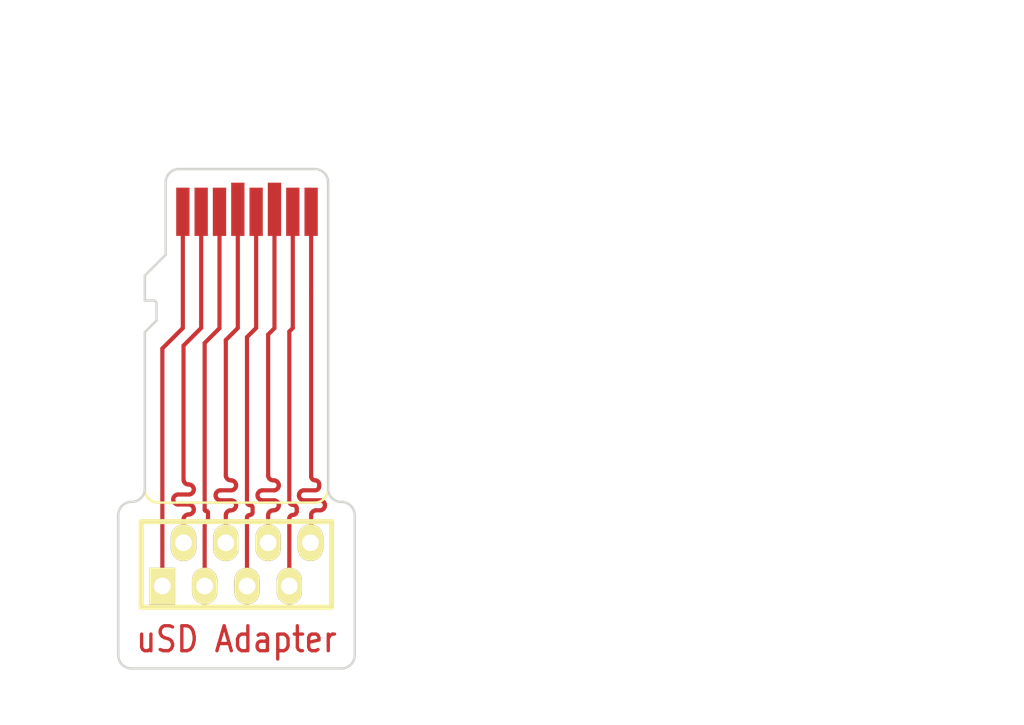
<source format=kicad_pcb>
(kicad_pcb (version 20171130) (host pcbnew 5.1.5+dfsg1-2build2)

  (general
    (thickness 1.6)
    (drawings 37)
    (tracks 351)
    (zones 0)
    (modules 2)
    (nets 9)
  )

  (page A4)
  (title_block
    (title "Micro SD card adapter")
    (date 2016-02-26)
    (rev 1)
    (company SRPOL)
    (comment 1 "Author: Adam Malinowski <a.malinowsk2@partner.samsung.com>")
    (comment 2 "Copyright (c) 2016 Samsung Electronics Co., Ltd All Rights Reserved")
  )

  (layers
    (0 F.Cu signal)
    (31 B.Cu signal)
    (32 B.Adhes user)
    (33 F.Adhes user)
    (34 B.Paste user)
    (35 F.Paste user)
    (36 B.SilkS user)
    (37 F.SilkS user)
    (38 B.Mask user)
    (39 F.Mask user)
    (40 Dwgs.User user)
    (41 Cmts.User user)
    (42 Eco1.User user)
    (43 Eco2.User user)
    (44 Edge.Cuts user)
    (45 Margin user)
    (46 B.CrtYd user)
    (47 F.CrtYd user)
    (48 B.Fab user)
    (49 F.Fab user)
  )

  (setup
    (last_trace_width 0.25)
    (trace_clearance 0.2)
    (zone_clearance 0.508)
    (zone_45_only no)
    (trace_min 0.2)
    (via_size 0.6)
    (via_drill 0.4)
    (via_min_size 0.4)
    (via_min_drill 0.3)
    (uvia_size 0.3)
    (uvia_drill 0.1)
    (uvias_allowed no)
    (uvia_min_size 0.2)
    (uvia_min_drill 0.1)
    (edge_width 0.15)
    (segment_width 0.15)
    (pcb_text_width 0.3)
    (pcb_text_size 1.5 1.5)
    (mod_edge_width 0.15)
    (mod_text_size 1 1)
    (mod_text_width 0.15)
    (pad_size 0.8 2.9)
    (pad_drill 0)
    (pad_to_mask_clearance 0.2)
    (aux_axis_origin 157.627 115.013)
    (grid_origin 146.07 110.06)
    (visible_elements FFFFFF7F)
    (pcbplotparams
      (layerselection 0x01100_7fffffff)
      (usegerberextensions true)
      (usegerberattributes false)
      (usegerberadvancedattributes false)
      (creategerberjobfile false)
      (excludeedgelayer true)
      (linewidth 0.100000)
      (plotframeref false)
      (viasonmask false)
      (mode 1)
      (useauxorigin true)
      (hpglpennumber 1)
      (hpglpenspeed 20)
      (hpglpendiameter 15.000000)
      (psnegative false)
      (psa4output false)
      (plotreference false)
      (plotvalue false)
      (plotinvisibletext false)
      (padsonsilk false)
      (subtractmaskfromsilk true)
      (outputformat 1)
      (mirror false)
      (drillshape 0)
      (scaleselection 1)
      (outputdirectory "gerbers/"))
  )

  (net 0 "")
  (net 1 /N8)
  (net 2 /N7)
  (net 3 /N6)
  (net 4 /N5)
  (net 5 /N4)
  (net 6 /N3)
  (net 7 /N2)
  (net 8 /N1)

  (net_class Default "This is the default net class."
    (clearance 0.2)
    (trace_width 0.25)
    (via_dia 0.6)
    (via_drill 0.4)
    (uvia_dia 0.3)
    (uvia_drill 0.1)
    (add_net /N1)
    (add_net /N2)
    (add_net /N3)
    (add_net /N4)
    (add_net /N5)
    (add_net /N6)
    (add_net /N7)
    (add_net /N8)
  )

  (module connectors:usd (layer F.Cu) (tedit 561E0908) (tstamp 5A844DA4)
    (at 147.3 87.58)
    (path /561E06AA)
    (fp_text reference J1 (at 3.79 2.35) (layer F.SilkS) hide
      (effects (font (size 1 1) (thickness 0.15)))
    )
    (fp_text value usd-plug (at 3.64 -2.55) (layer F.Fab) hide
      (effects (font (size 1 1) (thickness 0.15)))
    )
    (pad 8 smd rect (at 7.7 0) (size 0.8 2.9) (layers F.Cu F.Paste F.Mask)
      (net 1 /N8))
    (pad 7 smd rect (at 6.6 0) (size 0.8 2.9) (layers F.Cu F.Paste F.Mask)
      (net 2 /N7))
    (pad 6 smd rect (at 5.5 -0.15) (size 0.8 3.2) (layers F.Cu F.Paste F.Mask)
      (net 3 /N6))
    (pad 5 smd rect (at 4.4 0) (size 0.8 2.9) (layers F.Cu F.Paste F.Mask)
      (net 4 /N5))
    (pad 4 smd rect (at 3.3 -0.15) (size 0.8 3.2) (layers F.Cu F.Paste F.Mask)
      (net 5 /N4))
    (pad 3 smd rect (at 2.2 0) (size 0.8 2.9) (layers F.Cu F.Paste F.Mask)
      (net 6 /N3))
    (pad 2 smd rect (at 1.1 0) (size 0.8 2.9) (layers F.Cu F.Paste F.Mask)
      (net 7 /N2))
    (pad 1 smd rect (at 0 0) (size 0.8 2.9) (layers F.Cu F.Paste F.Mask)
      (net 8 /N1))
  )

  (module connectors:strip_2x4_1.27 (layer F.Cu) (tedit 561E090B) (tstamp 5A844DD5)
    (at 146.07 110.06)
    (descr "Pin strip 8pin")
    (tags "CONN DEV")
    (path /561E0431)
    (fp_text reference P1 (at 4.16 2.57) (layer F.SilkS) hide
      (effects (font (size 1.016 1.016) (thickness 0.2032)))
    )
    (fp_text value CONN_02X04 (at 3.76 -4.87) (layer F.SilkS) hide
      (effects (font (size 1.016 0.889) (thickness 0.2032)))
    )
    (fp_line (start -1.27 -3.87) (end 10.16 -3.87) (layer F.SilkS) (width 0.3048))
    (fp_line (start 10.16 -3.87) (end 10.16 1.27) (layer F.SilkS) (width 0.3048))
    (fp_line (start 10.16 1.27) (end -1.27 1.27) (layer F.SilkS) (width 0.3048))
    (fp_line (start -1.27 1.27) (end -1.27 -3.87) (layer F.SilkS) (width 0.3048))
    (pad 1 thru_hole rect (at 0 0) (size 1.524 2.19964) (drill 1.00076) (layers *.Cu *.Mask F.SilkS)
      (net 8 /N1))
    (pad 2 thru_hole oval (at 1.27 -2.6) (size 1.524 2.19964) (drill 1.00076) (layers *.Cu *.Mask F.SilkS)
      (net 7 /N2))
    (pad 3 thru_hole oval (at 2.54 0) (size 1.524 2.19964) (drill 1.00076) (layers *.Cu *.Mask F.SilkS)
      (net 6 /N3))
    (pad 4 thru_hole oval (at 3.81 -2.6) (size 1.524 2.19964) (drill 1.00076) (layers *.Cu *.Mask F.SilkS)
      (net 5 /N4))
    (pad 5 thru_hole oval (at 5.08 0) (size 1.524 2.19964) (drill 1.00076) (layers *.Cu *.Mask F.SilkS)
      (net 4 /N5))
    (pad 6 thru_hole oval (at 6.35 -2.6) (size 1.524 2.19964) (drill 1.00076) (layers *.Cu *.Mask F.SilkS)
      (net 3 /N6))
    (pad 7 thru_hole oval (at 7.62 0) (size 1.524 2.19964) (drill 1.00076) (layers *.Cu *.Mask F.SilkS)
      (net 2 /N7))
    (pad 8 thru_hole oval (at 8.89 -2.6) (size 1.524 2.19964) (drill 1.00076) (layers *.Cu *.Mask F.SilkS)
      (net 1 /N8))
  )

  (gr_text "uSD Adapter" (at 150.52 113.26) (layer F.Cu)
    (effects (font (size 1.5 1.3) (thickness 0.2)))
  )
  (gr_line (start 156.4 84.95) (end 157.3 84.6) (layer Cmts.User) (width 0.15) (tstamp 5A844E3F))
  (gr_line (start 156.4 84.95) (end 156.75 84.05) (layer Cmts.User) (width 0.15) (tstamp 5A844E3C))
  (gr_text "2. Contacts finished with gold" (at 179.53 78.39) (layer Cmts.User)
    (effects (font (size 1.5 1.5) (thickness 0.1)))
  )
  (gr_line (start 161.63 79.59) (end 197.73 79.59) (layer Cmts.User) (width 0.15))
  (gr_line (start 156.38 84.94) (end 161.63 79.59) (layer Cmts.User) (width 0.15))
  (gr_line (start 156.75 84.55) (end 145.75 84.55) (layer Cmts.User) (width 0.15) (tstamp 5A844D79))
  (gr_line (start 156.75 89.55) (end 156.75 84.55) (layer Cmts.User) (width 0.15) (tstamp 5A844D76))
  (gr_line (start 145.75 89.55) (end 156.75 89.55) (layer Cmts.User) (width 0.15) (tstamp 5A844D73))
  (gr_line (start 145.75 84.55) (end 145.75 89.55) (layer Cmts.User) (width 0.15) (tstamp 5A844D70))
  (gr_text "1. Board thickness: 0.8mm" (at 177.601428 75.91) (layer Cmts.User)
    (effects (font (size 1.5 1.5) (thickness 0.1)))
  )
  (dimension 30.000013 (width 0.3) (layer Dwgs.User) (tstamp 5A844D92)
    (gr_text "30.000 mm" (at 139.010001 100.015364 270.0381972) (layer Dwgs.User) (tstamp 5A844D92)
      (effects (font (size 1.5 1.5) (thickness 0.3)))
    )
    (feature1 (pts (xy 147.07 115.01) (xy 137.670002 115.016267)))
    (feature2 (pts (xy 147.05 85.009994) (xy 137.650002 85.016261)))
    (crossbar (pts (xy 140.350001 85.014461) (xy 140.370001 115.014467)))
    (arrow1a (pts (xy 140.370001 115.014467) (xy 139.782829 113.888354)))
    (arrow1b (pts (xy 140.370001 115.014467) (xy 140.955671 113.887573)))
    (arrow2a (pts (xy 140.350001 85.014461) (xy 139.764331 86.141355)))
    (arrow2b (pts (xy 140.350001 85.014461) (xy 140.937173 86.140574)))
  )
  (dimension 14.2 (width 0.3) (layer Dwgs.User) (tstamp 5A844D8C)
    (gr_text "14.200 mm" (at 150.52 119.01) (layer Dwgs.User) (tstamp 5A844D8C)
      (effects (font (size 1.5 1.5) (thickness 0.3)))
    )
    (feature1 (pts (xy 157.62 114.16) (xy 157.62 120.36)))
    (feature2 (pts (xy 143.42 114.16) (xy 143.42 120.36)))
    (crossbar (pts (xy 143.42 117.66) (xy 157.62 117.66)))
    (arrow1a (pts (xy 157.62 117.66) (xy 156.493496 118.246421)))
    (arrow1b (pts (xy 157.62 117.66) (xy 156.493496 117.073579)))
    (arrow2a (pts (xy 143.42 117.66) (xy 144.546504 118.246421)))
    (arrow2b (pts (xy 143.42 117.66) (xy 144.546504 117.073579)))
  )
  (gr_line (start 145.82 105.05) (end 155.215 105.05) (angle 90) (layer F.SilkS) (width 0.15) (tstamp 5A844D85))
  (gr_arc (start 145.815 104.25) (end 145.815 105.05) (angle 90) (layer F.SilkS) (width 0.15) (tstamp 5A844D82))
  (gr_arc (start 155.215 104.25) (end 156.015 104.25) (angle 90) (layer F.SilkS) (width 0.15) (tstamp 5A844E00))
  (gr_arc (start 156.82 114.21) (end 157.62 114.21) (angle 90) (layer Edge.Cuts) (width 0.15) (tstamp 5A844DFD))
  (gr_line (start 157.62 105.805) (end 157.62 114.21) (angle 90) (layer Edge.Cuts) (width 0.15) (tstamp 5A844DFA))
  (gr_arc (start 144.22 114.21) (end 144.22 115.01) (angle 90) (layer Edge.Cuts) (width 0.15) (tstamp 5A844DF7))
  (gr_line (start 143.42 105.805) (end 143.42 114.21) (angle 90) (layer Edge.Cuts) (width 0.15) (tstamp 5A844DF4))
  (gr_arc (start 156.82 105.81) (end 156.82 105.01) (angle 90) (layer Edge.Cuts) (width 0.15) (tstamp 5A844E57))
  (gr_arc (start 144.22 105.805) (end 143.42 105.805) (angle 90) (layer Edge.Cuts) (width 0.15) (tstamp 5A844E54))
  (gr_arc (start 145.52 93.11) (end 145.72 93.11) (angle -90) (layer Edge.Cuts) (width 0.15) (tstamp 5A844E51))
  (gr_line (start 146.27 90.16) (end 146.27 85.81) (angle 90) (layer Edge.Cuts) (width 0.15) (tstamp 5A844E4E))
  (gr_line (start 145.72 94.11) (end 145.02 94.81) (angle 90) (layer Edge.Cuts) (width 0.15) (tstamp 5A844E4B))
  (gr_line (start 145.72 93.11) (end 145.72 94.11) (angle 90) (layer Edge.Cuts) (width 0.15) (tstamp 5A844E66))
  (gr_line (start 145.02 92.91) (end 145.52 92.91) (angle 90) (layer Edge.Cuts) (width 0.15) (tstamp 5A844E63))
  (gr_line (start 145.02 91.41) (end 145.02 92.91) (angle 90) (layer Edge.Cuts) (width 0.15) (tstamp 5A844E60))
  (gr_line (start 146.27 90.16) (end 145.02 91.41) (angle 90) (layer Edge.Cuts) (width 0.15) (tstamp 5A844E5D))
  (gr_arc (start 156.82 104.21) (end 156.82 105.01) (angle 90) (layer Edge.Cuts) (width 0.15) (tstamp 5A844E5A))
  (gr_arc (start 144.22 104.205) (end 145.02 104.205) (angle 90) (layer Edge.Cuts) (width 0.15) (tstamp 5A844E2A))
  (gr_arc (start 147.07 85.81) (end 147.07 85.01) (angle -90) (layer Edge.Cuts) (width 0.15) (tstamp 5A844E27))
  (gr_arc (start 155.22 85.81) (end 156.02 85.81) (angle -90) (layer Edge.Cuts) (width 0.15) (tstamp 5A844E24))
  (gr_line (start 156.02 104.21) (end 156.02 85.81) (angle 90) (layer Edge.Cuts) (width 0.15) (tstamp 5A8512EB))
  (gr_line (start 144.215 115.01) (end 156.82 115.01) (angle 90) (layer Edge.Cuts) (width 0.15) (tstamp 5A8511B7))
  (gr_line (start 145.02 94.844519) (end 145.02 104.21) (angle 90) (layer Edge.Cuts) (width 0.15) (tstamp 5A844DC4))
  (gr_line (start 155.22 85.01) (end 147.09 85.01) (angle 90) (layer Edge.Cuts) (width 0.15) (tstamp 5A844DC1))

  (segment (start 155.392076 104.257311) (end 155.430315 104.219072) (width 0.25) (layer F.Cu) (net 1))
  (segment (start 155 92.58) (end 155 87.58) (width 0.25) (layer F.Cu) (net 1))
  (segment (start 155.459087 104.173281) (end 155.476949 104.122237) (width 0.25) (layer F.Cu) (net 1))
  (segment (start 154.296706 104.740165) (end 154.274518 104.676756) (width 0.25) (layer F.Cu) (net 1))
  (segment (start 155.346285 104.286083) (end 155.392076 104.257311) (width 0.25) (layer F.Cu) (net 1))
  (segment (start 154.50024 104.317521) (end 154.566996 104.31) (width 0.25) (layer F.Cu) (net 1))
  (segment (start 154.266996 104.61) (end 154.274518 104.543243) (width 0.25) (layer F.Cu) (net 1))
  (segment (start 155.430315 104.219072) (end 155.459087 104.173281) (width 0.25) (layer F.Cu) (net 1))
  (segment (start 154.332447 104.797046) (end 154.296706 104.740165) (width 0.25) (layer F.Cu) (net 1))
  (segment (start 154.274518 104.543243) (end 154.296706 104.479834) (width 0.25) (layer F.Cu) (net 1))
  (segment (start 154.436831 104.88029) (end 154.37995 104.844549) (width 0.25) (layer F.Cu) (net 1))
  (segment (start 155.023916 103.573281) (end 155.006054 103.522237) (width 0.25) (layer F.Cu) (net 1))
  (segment (start 154.436831 104.339709) (end 154.50024 104.317521) (width 0.25) (layer F.Cu) (net 1))
  (segment (start 155.112953 105.57545) (end 155.169834 105.539709) (width 0.25) (layer F.Cu) (net 1))
  (segment (start 154.566996 104.91) (end 154.50024 104.902478) (width 0.25) (layer F.Cu) (net 1))
  (segment (start 154.274518 104.676756) (end 154.266996 104.61) (width 0.25) (layer F.Cu) (net 1))
  (segment (start 155.533004 104.91) (end 154.566996 104.91) (width 0.25) (layer F.Cu) (net 1))
  (segment (start 155.59976 104.917521) (end 155.533004 104.91) (width 0.25) (layer F.Cu) (net 1))
  (segment (start 155.06545 105.622953) (end 155.112953 105.57545) (width 0.25) (layer F.Cu) (net 1))
  (segment (start 155.029709 105.679834) (end 155.06545 105.622953) (width 0.25) (layer F.Cu) (net 1))
  (segment (start 155.295241 104.303945) (end 155.346285 104.286083) (width 0.25) (layer F.Cu) (net 1))
  (segment (start 155.825482 105.276756) (end 155.833004 105.21) (width 0.25) (layer F.Cu) (net 1))
  (segment (start 155.663169 104.939709) (end 155.59976 104.917521) (width 0.25) (layer F.Cu) (net 1))
  (segment (start 155.007521 105.743243) (end 155.029709 105.679834) (width 0.25) (layer F.Cu) (net 1))
  (segment (start 155.483004 104.068498) (end 155.483004 103.951502) (width 0.25) (layer F.Cu) (net 1))
  (segment (start 155.3 105.51) (end 155.533004 105.51) (width 0.25) (layer F.Cu) (net 1))
  (segment (start 154.50024 104.902478) (end 154.436831 104.88029) (width 0.25) (layer F.Cu) (net 1))
  (segment (start 155.833004 105.21) (end 155.825482 105.143243) (width 0.25) (layer F.Cu) (net 1))
  (segment (start 155.169834 105.539709) (end 155.233243 105.517521) (width 0.25) (layer F.Cu) (net 1))
  (segment (start 155.459087 103.846718) (end 155.430315 103.800927) (width 0.25) (layer F.Cu) (net 1))
  (segment (start 155.241502 104.31) (end 155.295241 104.303945) (width 0.25) (layer F.Cu) (net 1))
  (segment (start 155.803294 105.340165) (end 155.825482 105.276756) (width 0.25) (layer F.Cu) (net 1))
  (segment (start 155.767553 105.022953) (end 155.72005 104.97545) (width 0.25) (layer F.Cu) (net 1))
  (segment (start 155 107.42) (end 155 105.81) (width 0.25) (layer F.Cu) (net 1))
  (segment (start 155.533004 105.51) (end 155.59976 105.502478) (width 0.25) (layer F.Cu) (net 1))
  (segment (start 154.296706 104.479834) (end 154.332447 104.422953) (width 0.25) (layer F.Cu) (net 1))
  (segment (start 155.767553 105.397046) (end 155.803294 105.340165) (width 0.25) (layer F.Cu) (net 1))
  (segment (start 155 105.81) (end 155.007521 105.743243) (width 0.25) (layer F.Cu) (net 1))
  (segment (start 154.332447 104.422953) (end 154.37995 104.37545) (width 0.25) (layer F.Cu) (net 1))
  (segment (start 155.825482 105.143243) (end 155.803294 105.079834) (width 0.25) (layer F.Cu) (net 1))
  (segment (start 154.37995 104.844549) (end 154.332447 104.797046) (width 0.25) (layer F.Cu) (net 1))
  (segment (start 155.59976 105.502478) (end 155.663169 105.48029) (width 0.25) (layer F.Cu) (net 1))
  (segment (start 155.72005 105.444549) (end 155.767553 105.397046) (width 0.25) (layer F.Cu) (net 1))
  (segment (start 154.37995 104.37545) (end 154.436831 104.339709) (width 0.25) (layer F.Cu) (net 1))
  (segment (start 155.663169 105.48029) (end 155.72005 105.444549) (width 0.25) (layer F.Cu) (net 1))
  (segment (start 155.233243 105.517521) (end 155.3 105.51) (width 0.25) (layer F.Cu) (net 1))
  (segment (start 155.803294 105.079834) (end 155.767553 105.022953) (width 0.25) (layer F.Cu) (net 1))
  (segment (start 154.566996 104.31) (end 155.241502 104.31) (width 0.25) (layer F.Cu) (net 1))
  (segment (start 154.96 107.46) (end 155 107.42) (width 0.25) (layer F.Cu) (net 1))
  (segment (start 155.72005 104.97545) (end 155.663169 104.939709) (width 0.25) (layer F.Cu) (net 1))
  (segment (start 155 103.468498) (end 155 92.58) (width 0.25) (layer F.Cu) (net 1))
  (segment (start 155.476949 104.122237) (end 155.483004 104.068498) (width 0.25) (layer F.Cu) (net 1))
  (segment (start 155.483004 103.951502) (end 155.476949 103.897762) (width 0.25) (layer F.Cu) (net 1))
  (segment (start 155.476949 103.897762) (end 155.459087 103.846718) (width 0.25) (layer F.Cu) (net 1))
  (segment (start 155.430315 103.800927) (end 155.392076 103.762688) (width 0.25) (layer F.Cu) (net 1))
  (segment (start 155.392076 103.762688) (end 155.346285 103.733916) (width 0.25) (layer F.Cu) (net 1))
  (segment (start 155.346285 103.733916) (end 155.295241 103.716054) (width 0.25) (layer F.Cu) (net 1))
  (segment (start 155.295241 103.716054) (end 155.187762 103.703945) (width 0.25) (layer F.Cu) (net 1))
  (segment (start 155.187762 103.703945) (end 155.136718 103.686083) (width 0.25) (layer F.Cu) (net 1))
  (segment (start 155.136718 103.686083) (end 155.090927 103.657311) (width 0.25) (layer F.Cu) (net 1))
  (segment (start 155.090927 103.657311) (end 155.052688 103.619072) (width 0.25) (layer F.Cu) (net 1))
  (segment (start 155.052688 103.619072) (end 155.023916 103.573281) (width 0.25) (layer F.Cu) (net 1))
  (segment (start 155.006054 103.522237) (end 155 103.468498) (width 0.25) (layer F.Cu) (net 1))
  (segment (start 154.05438 105.234523) (end 154.011825 105.207783) (width 0.25) (layer F.Cu) (net 2))
  (segment (start 154.011825 105.76333) (end 154.05438 105.73659) (width 0.25) (layer F.Cu) (net 2))
  (segment (start 154.116659 105.312617) (end 154.089919 105.270062) (width 0.25) (layer F.Cu) (net 2))
  (segment (start 154.133258 105.360056) (end 154.116659 105.312617) (width 0.25) (layer F.Cu) (net 2))
  (segment (start 153.774505 105.13659) (end 153.738966 105.101051) (width 0.25) (layer F.Cu) (net 2))
  (segment (start 154.138886 105.41) (end 154.133258 105.360056) (width 0.25) (layer F.Cu) (net 2))
  (segment (start 154.138886 105.561114) (end 154.138886 105.41) (width 0.25) (layer F.Cu) (net 2))
  (segment (start 154.133258 105.611057) (end 154.138886 105.561114) (width 0.25) (layer F.Cu) (net 2))
  (segment (start 153.695627 105.011057) (end 153.69 104.961114) (width 0.25) (layer F.Cu) (net 2))
  (segment (start 154.05438 105.73659) (end 154.089919 105.701051) (width 0.25) (layer F.Cu) (net 2))
  (segment (start 153.712226 105.912617) (end 153.738966 105.870062) (width 0.25) (layer F.Cu) (net 2))
  (segment (start 154.011825 105.207783) (end 153.964386 105.191184) (width 0.25) (layer F.Cu) (net 2))
  (segment (start 153.964386 105.779929) (end 154.011825 105.76333) (width 0.25) (layer F.Cu) (net 2))
  (segment (start 153.69 110.06) (end 153.69 106.01) (width 0.25) (layer F.Cu) (net 2))
  (segment (start 153.69 106.01) (end 153.695627 105.960056) (width 0.25) (layer F.Cu) (net 2))
  (segment (start 153.695627 105.960056) (end 153.712226 105.912617) (width 0.25) (layer F.Cu) (net 2))
  (segment (start 154.089919 105.701051) (end 154.116659 105.658496) (width 0.25) (layer F.Cu) (net 2))
  (segment (start 153.738966 105.870062) (end 153.774505 105.834523) (width 0.25) (layer F.Cu) (net 2))
  (segment (start 153.964386 105.191184) (end 153.864499 105.179929) (width 0.25) (layer F.Cu) (net 2))
  (segment (start 153.81706 105.807783) (end 153.864499 105.791184) (width 0.25) (layer F.Cu) (net 2))
  (segment (start 153.864499 105.791184) (end 153.964386 105.779929) (width 0.25) (layer F.Cu) (net 2))
  (segment (start 154.089919 105.270062) (end 154.05438 105.234523) (width 0.25) (layer F.Cu) (net 2))
  (segment (start 153.774505 105.834523) (end 153.81706 105.807783) (width 0.25) (layer F.Cu) (net 2))
  (segment (start 154.116659 105.658496) (end 154.133258 105.611057) (width 0.25) (layer F.Cu) (net 2))
  (segment (start 153.864499 105.179929) (end 153.81706 105.16333) (width 0.25) (layer F.Cu) (net 2))
  (segment (start 153.738966 105.101051) (end 153.712226 105.058496) (width 0.25) (layer F.Cu) (net 2))
  (segment (start 153.81706 105.16333) (end 153.774505 105.13659) (width 0.25) (layer F.Cu) (net 2))
  (segment (start 153.712226 105.058496) (end 153.695627 105.011057) (width 0.25) (layer F.Cu) (net 2))
  (segment (start 153.69 104.961114) (end 153.69 94.77) (width 0.25) (layer F.Cu) (net 2))
  (segment (start 153.69 94.77) (end 153.9 94.56) (width 0.25) (layer F.Cu) (net 2))
  (segment (start 153.9 94.56) (end 153.9 87.58) (width 0.25) (layer F.Cu) (net 2))
  (segment (start 153.052417 104.076756) (end 153.059939 104.01) (width 0.25) (layer F.Cu) (net 3))
  (segment (start 152.013305 104.902478) (end 151.949896 104.88029) (width 0.25) (layer F.Cu) (net 3))
  (segment (start 153.030229 104.140165) (end 153.052417 104.076756) (width 0.25) (layer F.Cu) (net 3))
  (segment (start 152.890104 104.28029) (end 152.946985 104.244549) (width 0.25) (layer F.Cu) (net 3))
  (segment (start 152.826695 104.302478) (end 152.890104 104.28029) (width 0.25) (layer F.Cu) (net 3))
  (segment (start 152.759939 104.31) (end 152.826695 104.302478) (width 0.25) (layer F.Cu) (net 3))
  (segment (start 151.845512 104.797046) (end 151.809771 104.740165) (width 0.25) (layer F.Cu) (net 3))
  (segment (start 152.013305 104.317521) (end 152.080061 104.31) (width 0.25) (layer F.Cu) (net 3))
  (segment (start 151.809771 104.479834) (end 151.845512 104.422953) (width 0.25) (layer F.Cu) (net 3))
  (segment (start 151.780061 104.61) (end 151.787583 104.543243) (width 0.25) (layer F.Cu) (net 3))
  (segment (start 151.893015 104.844549) (end 151.845512 104.797046) (width 0.25) (layer F.Cu) (net 3))
  (segment (start 152.759939 104.91) (end 152.080061 104.91) (width 0.25) (layer F.Cu) (net 3))
  (segment (start 151.809771 104.740165) (end 151.787583 104.676756) (width 0.25) (layer F.Cu) (net 3))
  (segment (start 152.994488 105.397046) (end 153.030229 105.340165) (width 0.25) (layer F.Cu) (net 3))
  (segment (start 151.949896 104.88029) (end 151.893015 104.844549) (width 0.25) (layer F.Cu) (net 3))
  (segment (start 152.946985 103.77545) (end 152.890104 103.739709) (width 0.25) (layer F.Cu) (net 3))
  (segment (start 152.826695 104.917521) (end 152.759939 104.91) (width 0.25) (layer F.Cu) (net 3))
  (segment (start 151.949896 104.339709) (end 152.013305 104.317521) (width 0.25) (layer F.Cu) (net 3))
  (segment (start 152.826695 103.717521) (end 152.759939 103.71) (width 0.25) (layer F.Cu) (net 3))
  (segment (start 152.759939 105.51) (end 152.826695 105.502478) (width 0.25) (layer F.Cu) (net 3))
  (segment (start 151.787583 104.543243) (end 151.809771 104.479834) (width 0.25) (layer F.Cu) (net 3))
  (segment (start 153.030229 105.079834) (end 152.994488 105.022953) (width 0.25) (layer F.Cu) (net 3))
  (segment (start 152.946985 104.244549) (end 152.994488 104.197046) (width 0.25) (layer F.Cu) (net 3))
  (segment (start 152.653243 105.517521) (end 152.72 105.51) (width 0.25) (layer F.Cu) (net 3))
  (segment (start 151.893015 104.37545) (end 151.949896 104.339709) (width 0.25) (layer F.Cu) (net 3))
  (segment (start 152.890104 105.48029) (end 152.946985 105.444549) (width 0.25) (layer F.Cu) (net 3))
  (segment (start 152.589834 103.68029) (end 152.532953 103.644549) (width 0.25) (layer F.Cu) (net 3))
  (segment (start 152.589834 105.539709) (end 152.653243 105.517521) (width 0.25) (layer F.Cu) (net 3))
  (segment (start 153.052417 105.276756) (end 153.059939 105.21) (width 0.25) (layer F.Cu) (net 3))
  (segment (start 152.994488 104.197046) (end 153.030229 104.140165) (width 0.25) (layer F.Cu) (net 3))
  (segment (start 153.059939 105.21) (end 153.052417 105.143243) (width 0.25) (layer F.Cu) (net 3))
  (segment (start 152.946985 105.444549) (end 152.994488 105.397046) (width 0.25) (layer F.Cu) (net 3))
  (segment (start 152.532953 103.644549) (end 152.48545 103.597046) (width 0.25) (layer F.Cu) (net 3))
  (segment (start 152.532953 105.57545) (end 152.589834 105.539709) (width 0.25) (layer F.Cu) (net 3))
  (segment (start 152.449709 105.679834) (end 152.48545 105.622953) (width 0.25) (layer F.Cu) (net 3))
  (segment (start 152.427521 105.743243) (end 152.449709 105.679834) (width 0.25) (layer F.Cu) (net 3))
  (segment (start 152.080061 104.31) (end 152.759939 104.31) (width 0.25) (layer F.Cu) (net 3))
  (segment (start 152.080061 104.91) (end 152.013305 104.902478) (width 0.25) (layer F.Cu) (net 3))
  (segment (start 152.48545 105.622953) (end 152.532953 105.57545) (width 0.25) (layer F.Cu) (net 3))
  (segment (start 152.72 105.51) (end 152.759939 105.51) (width 0.25) (layer F.Cu) (net 3))
  (segment (start 152.42 107.46) (end 152.42 105.81) (width 0.25) (layer F.Cu) (net 3))
  (segment (start 152.826695 105.502478) (end 152.890104 105.48029) (width 0.25) (layer F.Cu) (net 3))
  (segment (start 152.42 105.81) (end 152.427521 105.743243) (width 0.25) (layer F.Cu) (net 3))
  (segment (start 153.052417 103.943243) (end 153.030229 103.879834) (width 0.25) (layer F.Cu) (net 3))
  (segment (start 152.946985 104.97545) (end 152.890104 104.939709) (width 0.25) (layer F.Cu) (net 3))
  (segment (start 153.030229 105.340165) (end 153.052417 105.276756) (width 0.25) (layer F.Cu) (net 3))
  (segment (start 151.787583 104.676756) (end 151.780061 104.61) (width 0.25) (layer F.Cu) (net 3))
  (segment (start 153.030229 103.879834) (end 152.994488 103.822953) (width 0.25) (layer F.Cu) (net 3))
  (segment (start 152.994488 105.022953) (end 152.946985 104.97545) (width 0.25) (layer F.Cu) (net 3))
  (segment (start 153.052417 105.143243) (end 153.030229 105.079834) (width 0.25) (layer F.Cu) (net 3))
  (segment (start 151.845512 104.422953) (end 151.893015 104.37545) (width 0.25) (layer F.Cu) (net 3))
  (segment (start 152.890104 104.939709) (end 152.826695 104.917521) (width 0.25) (layer F.Cu) (net 3))
  (segment (start 153.059939 104.01) (end 153.052417 103.943243) (width 0.25) (layer F.Cu) (net 3))
  (segment (start 152.994488 103.822953) (end 152.946985 103.77545) (width 0.25) (layer F.Cu) (net 3))
  (segment (start 152.8 94.57) (end 152.8 87.43) (width 0.25) (layer F.Cu) (net 3))
  (segment (start 152.890104 103.739709) (end 152.826695 103.717521) (width 0.25) (layer F.Cu) (net 3))
  (segment (start 152.759939 103.71) (end 152.72 103.71) (width 0.25) (layer F.Cu) (net 3))
  (segment (start 152.72 103.71) (end 152.653243 103.702478) (width 0.25) (layer F.Cu) (net 3))
  (segment (start 152.653243 103.702478) (end 152.589834 103.68029) (width 0.25) (layer F.Cu) (net 3))
  (segment (start 152.48545 103.597046) (end 152.449709 103.540165) (width 0.25) (layer F.Cu) (net 3))
  (segment (start 152.449709 103.540165) (end 152.427521 103.476756) (width 0.25) (layer F.Cu) (net 3))
  (segment (start 152.427521 103.476756) (end 152.42 103.41) (width 0.25) (layer F.Cu) (net 3))
  (segment (start 152.42 103.41) (end 152.42 94.95) (width 0.25) (layer F.Cu) (net 3))
  (segment (start 152.42 94.95) (end 152.8 94.57) (width 0.25) (layer F.Cu) (net 3))
  (segment (start 151.354907 105.196591) (end 151.280314 105.188186) (width 0.25) (layer F.Cu) (net 4))
  (segment (start 151.186567 105.855496) (end 151.213107 105.828956) (width 0.25) (layer F.Cu) (net 4))
  (segment (start 151.448654 105.255496) (end 151.422114 105.228956) (width 0.25) (layer F.Cu) (net 4))
  (segment (start 151.390334 105.208987) (end 151.354907 105.196591) (width 0.25) (layer F.Cu) (net 4))
  (segment (start 151.485222 105.624778) (end 151.485222 105.36) (width 0.25) (layer F.Cu) (net 4))
  (segment (start 151.468623 105.287276) (end 151.448654 105.255496) (width 0.25) (layer F.Cu) (net 4))
  (segment (start 151.481019 105.322703) (end 151.468623 105.287276) (width 0.25) (layer F.Cu) (net 4))
  (segment (start 151.166598 105.097501) (end 151.154202 105.062074) (width 0.25) (layer F.Cu) (net 4))
  (segment (start 151.485222 105.36) (end 151.481019 105.322703) (width 0.25) (layer F.Cu) (net 4))
  (segment (start 151.280314 105.796591) (end 151.354907 105.788186) (width 0.25) (layer F.Cu) (net 4))
  (segment (start 151.422114 105.228956) (end 151.390334 105.208987) (width 0.25) (layer F.Cu) (net 4))
  (segment (start 151.481019 105.662074) (end 151.485222 105.624778) (width 0.25) (layer F.Cu) (net 4))
  (segment (start 151.422114 105.755821) (end 151.448654 105.729281) (width 0.25) (layer F.Cu) (net 4))
  (segment (start 151.448654 105.729281) (end 151.468623 105.697501) (width 0.25) (layer F.Cu) (net 4))
  (segment (start 151.15 105.96) (end 151.154202 105.922703) (width 0.25) (layer F.Cu) (net 4))
  (segment (start 151.468623 105.697501) (end 151.481019 105.662074) (width 0.25) (layer F.Cu) (net 4))
  (segment (start 151.213107 105.828956) (end 151.244887 105.808987) (width 0.25) (layer F.Cu) (net 4))
  (segment (start 151.154202 105.922703) (end 151.166598 105.887276) (width 0.25) (layer F.Cu) (net 4))
  (segment (start 151.244887 105.808987) (end 151.280314 105.796591) (width 0.25) (layer F.Cu) (net 4))
  (segment (start 151.166598 105.887276) (end 151.186567 105.855496) (width 0.25) (layer F.Cu) (net 4))
  (segment (start 151.354907 105.788186) (end 151.390334 105.77579) (width 0.25) (layer F.Cu) (net 4))
  (segment (start 151.15 110.06) (end 151.15 105.96) (width 0.25) (layer F.Cu) (net 4))
  (segment (start 151.390334 105.77579) (end 151.422114 105.755821) (width 0.25) (layer F.Cu) (net 4))
  (segment (start 151.280314 105.188186) (end 151.244887 105.17579) (width 0.25) (layer F.Cu) (net 4))
  (segment (start 151.244887 105.17579) (end 151.213107 105.155821) (width 0.25) (layer F.Cu) (net 4))
  (segment (start 151.154202 105.062074) (end 151.15 105.024778) (width 0.25) (layer F.Cu) (net 4))
  (segment (start 151.213107 105.155821) (end 151.186567 105.129281) (width 0.25) (layer F.Cu) (net 4))
  (segment (start 151.186567 105.129281) (end 151.166598 105.097501) (width 0.25) (layer F.Cu) (net 4))
  (segment (start 151.15 105.024778) (end 151.15 95.11) (width 0.25) (layer F.Cu) (net 4))
  (segment (start 151.15 95.11) (end 151.7 94.56) (width 0.25) (layer F.Cu) (net 4))
  (segment (start 151.7 94.56) (end 151.7 87.58) (width 0.25) (layer F.Cu) (net 4))
  (segment (start 150.263223 104.302478) (end 150.326632 104.28029) (width 0.25) (layer F.Cu) (net 5))
  (segment (start 150.049834 103.68029) (end 149.992953 103.644549) (width 0.25) (layer F.Cu) (net 5))
  (segment (start 150.196467 104.31) (end 150.263223 104.302478) (width 0.25) (layer F.Cu) (net 5))
  (segment (start 149.563533 104.31) (end 150.196467 104.31) (width 0.25) (layer F.Cu) (net 5))
  (segment (start 150.431016 105.022953) (end 150.383513 104.97545) (width 0.25) (layer F.Cu) (net 5))
  (segment (start 149.376487 104.37545) (end 149.433368 104.339709) (width 0.25) (layer F.Cu) (net 5))
  (segment (start 150.488945 104.076756) (end 150.496467 104.01) (width 0.25) (layer F.Cu) (net 5))
  (segment (start 149.293243 104.479834) (end 149.328984 104.422953) (width 0.25) (layer F.Cu) (net 5))
  (segment (start 149.263533 104.61) (end 149.271055 104.543243) (width 0.25) (layer F.Cu) (net 5))
  (segment (start 149.271055 104.676756) (end 149.263533 104.61) (width 0.25) (layer F.Cu) (net 5))
  (segment (start 149.496777 104.317521) (end 149.563533 104.31) (width 0.25) (layer F.Cu) (net 5))
  (segment (start 149.328984 104.797046) (end 149.293243 104.740165) (width 0.25) (layer F.Cu) (net 5))
  (segment (start 150.496467 105.21) (end 150.488945 105.143243) (width 0.25) (layer F.Cu) (net 5))
  (segment (start 149.376487 104.844549) (end 149.328984 104.797046) (width 0.25) (layer F.Cu) (net 5))
  (segment (start 149.328984 104.422953) (end 149.376487 104.37545) (width 0.25) (layer F.Cu) (net 5))
  (segment (start 150.466757 104.140165) (end 150.488945 104.076756) (width 0.25) (layer F.Cu) (net 5))
  (segment (start 149.433368 104.88029) (end 149.376487 104.844549) (width 0.25) (layer F.Cu) (net 5))
  (segment (start 149.293243 104.740165) (end 149.271055 104.676756) (width 0.25) (layer F.Cu) (net 5))
  (segment (start 149.563533 104.91) (end 149.496777 104.902478) (width 0.25) (layer F.Cu) (net 5))
  (segment (start 150.196467 104.91) (end 149.563533 104.91) (width 0.25) (layer F.Cu) (net 5))
  (segment (start 150.431016 105.397046) (end 150.466757 105.340165) (width 0.25) (layer F.Cu) (net 5))
  (segment (start 149.496777 104.902478) (end 149.433368 104.88029) (width 0.25) (layer F.Cu) (net 5))
  (segment (start 149.887521 105.743243) (end 149.909709 105.679834) (width 0.25) (layer F.Cu) (net 5))
  (segment (start 150.18 105.51) (end 150.196467 105.51) (width 0.25) (layer F.Cu) (net 5))
  (segment (start 150.431016 104.197046) (end 150.466757 104.140165) (width 0.25) (layer F.Cu) (net 5))
  (segment (start 150.488945 105.143243) (end 150.466757 105.079834) (width 0.25) (layer F.Cu) (net 5))
  (segment (start 150.113243 105.517521) (end 150.18 105.51) (width 0.25) (layer F.Cu) (net 5))
  (segment (start 150.263223 105.502478) (end 150.326632 105.48029) (width 0.25) (layer F.Cu) (net 5))
  (segment (start 150.049834 105.539709) (end 150.113243 105.517521) (width 0.25) (layer F.Cu) (net 5))
  (segment (start 149.94545 105.622953) (end 149.992953 105.57545) (width 0.25) (layer F.Cu) (net 5))
  (segment (start 150.326632 104.939709) (end 150.263223 104.917521) (width 0.25) (layer F.Cu) (net 5))
  (segment (start 150.18 103.71) (end 150.113243 103.702478) (width 0.25) (layer F.Cu) (net 5))
  (segment (start 150.326632 104.28029) (end 150.383513 104.244549) (width 0.25) (layer F.Cu) (net 5))
  (segment (start 150.196467 105.51) (end 150.263223 105.502478) (width 0.25) (layer F.Cu) (net 5))
  (segment (start 150.466757 105.079834) (end 150.431016 105.022953) (width 0.25) (layer F.Cu) (net 5))
  (segment (start 149.271055 104.543243) (end 149.293243 104.479834) (width 0.25) (layer F.Cu) (net 5))
  (segment (start 150.466757 105.340165) (end 150.488945 105.276756) (width 0.25) (layer F.Cu) (net 5))
  (segment (start 150.383513 104.244549) (end 150.431016 104.197046) (width 0.25) (layer F.Cu) (net 5))
  (segment (start 149.909709 105.679834) (end 149.94545 105.622953) (width 0.25) (layer F.Cu) (net 5))
  (segment (start 149.94545 103.597046) (end 149.909709 103.540165) (width 0.25) (layer F.Cu) (net 5))
  (segment (start 149.992953 105.57545) (end 150.049834 105.539709) (width 0.25) (layer F.Cu) (net 5))
  (segment (start 149.88 107.46) (end 149.88 105.81) (width 0.25) (layer F.Cu) (net 5))
  (segment (start 150.488945 103.943243) (end 150.466757 103.879834) (width 0.25) (layer F.Cu) (net 5))
  (segment (start 150.383513 105.444549) (end 150.431016 105.397046) (width 0.25) (layer F.Cu) (net 5))
  (segment (start 149.88 105.81) (end 149.887521 105.743243) (width 0.25) (layer F.Cu) (net 5))
  (segment (start 150.488945 105.276756) (end 150.496467 105.21) (width 0.25) (layer F.Cu) (net 5))
  (segment (start 149.433368 104.339709) (end 149.496777 104.317521) (width 0.25) (layer F.Cu) (net 5))
  (segment (start 150.263223 104.917521) (end 150.196467 104.91) (width 0.25) (layer F.Cu) (net 5))
  (segment (start 150.326632 105.48029) (end 150.383513 105.444549) (width 0.25) (layer F.Cu) (net 5))
  (segment (start 150.383513 104.97545) (end 150.326632 104.939709) (width 0.25) (layer F.Cu) (net 5))
  (segment (start 150.496467 104.01) (end 150.488945 103.943243) (width 0.25) (layer F.Cu) (net 5))
  (segment (start 150.466757 103.879834) (end 150.431016 103.822953) (width 0.25) (layer F.Cu) (net 5))
  (segment (start 150.431016 103.822953) (end 150.383513 103.77545) (width 0.25) (layer F.Cu) (net 5))
  (segment (start 150.383513 103.77545) (end 150.326632 103.739709) (width 0.25) (layer F.Cu) (net 5))
  (segment (start 150.326632 103.739709) (end 150.263223 103.717521) (width 0.25) (layer F.Cu) (net 5))
  (segment (start 150.263223 103.717521) (end 150.196467 103.71) (width 0.25) (layer F.Cu) (net 5))
  (segment (start 150.196467 103.71) (end 150.18 103.71) (width 0.25) (layer F.Cu) (net 5))
  (segment (start 150.113243 103.702478) (end 150.049834 103.68029) (width 0.25) (layer F.Cu) (net 5))
  (segment (start 149.992953 103.644549) (end 149.94545 103.597046) (width 0.25) (layer F.Cu) (net 5))
  (segment (start 149.909709 103.540165) (end 149.887521 103.476756) (width 0.25) (layer F.Cu) (net 5))
  (segment (start 149.887521 103.476756) (end 149.88 103.41) (width 0.25) (layer F.Cu) (net 5))
  (segment (start 149.88 103.41) (end 149.88 95.28) (width 0.25) (layer F.Cu) (net 5))
  (segment (start 149.88 95.28) (end 150.6 94.56) (width 0.25) (layer F.Cu) (net 5))
  (segment (start 150.6 94.56) (end 150.6 87.43) (width 0.25) (layer F.Cu) (net 5))
  (segment (start 148.732211 105.56254) (end 148.687721 105.557527) (width 0.25) (layer F.Cu) (net 6))
  (segment (start 148.61 95.46) (end 149.5 94.57) (width 0.25) (layer F.Cu) (net 6))
  (segment (start 148.772294 105.581843) (end 148.75334 105.569933) (width 0.25) (layer F.Cu) (net 6))
  (segment (start 148.800033 105.616626) (end 148.788123 105.597672) (width 0.25) (layer F.Cu) (net 6))
  (segment (start 148.788123 105.597672) (end 148.772294 105.581843) (width 0.25) (layer F.Cu) (net 6))
  (segment (start 148.807426 106.082312) (end 148.809933 106.060068) (width 0.25) (layer F.Cu) (net 6))
  (segment (start 148.809933 105.66) (end 148.807426 105.637755) (width 0.25) (layer F.Cu) (net 6))
  (segment (start 148.61 106.26) (end 148.612506 106.237755) (width 0.25) (layer F.Cu) (net 6))
  (segment (start 148.809933 106.060068) (end 148.809933 105.66) (width 0.25) (layer F.Cu) (net 6))
  (segment (start 148.75334 105.569933) (end 148.732211 105.56254) (width 0.25) (layer F.Cu) (net 6))
  (segment (start 148.631809 105.522395) (end 148.619899 105.503441) (width 0.25) (layer F.Cu) (net 6))
  (segment (start 148.772294 106.138224) (end 148.788123 106.122395) (width 0.25) (layer F.Cu) (net 6))
  (segment (start 148.807426 105.637755) (end 148.800033 105.616626) (width 0.25) (layer F.Cu) (net 6))
  (segment (start 148.800033 106.103441) (end 148.807426 106.082312) (width 0.25) (layer F.Cu) (net 6))
  (segment (start 148.647638 106.181843) (end 148.666592 106.169933) (width 0.25) (layer F.Cu) (net 6))
  (segment (start 148.61 110.06) (end 148.61 106.26) (width 0.25) (layer F.Cu) (net 6))
  (segment (start 148.788123 106.122395) (end 148.800033 106.103441) (width 0.25) (layer F.Cu) (net 6))
  (segment (start 148.619899 106.216626) (end 148.631809 106.197672) (width 0.25) (layer F.Cu) (net 6))
  (segment (start 148.666592 105.550134) (end 148.647638 105.538224) (width 0.25) (layer F.Cu) (net 6))
  (segment (start 148.687721 106.16254) (end 148.732211 106.157527) (width 0.25) (layer F.Cu) (net 6))
  (segment (start 148.687721 105.557527) (end 148.666592 105.550134) (width 0.25) (layer F.Cu) (net 6))
  (segment (start 148.612506 106.237755) (end 148.619899 106.216626) (width 0.25) (layer F.Cu) (net 6))
  (segment (start 148.631809 106.197672) (end 148.647638 106.181843) (width 0.25) (layer F.Cu) (net 6))
  (segment (start 148.666592 106.169933) (end 148.687721 106.16254) (width 0.25) (layer F.Cu) (net 6))
  (segment (start 148.732211 106.157527) (end 148.75334 106.150134) (width 0.25) (layer F.Cu) (net 6))
  (segment (start 148.75334 106.150134) (end 148.772294 106.138224) (width 0.25) (layer F.Cu) (net 6))
  (segment (start 148.647638 105.538224) (end 148.631809 105.522395) (width 0.25) (layer F.Cu) (net 6))
  (segment (start 148.619899 105.503441) (end 148.612506 105.482312) (width 0.25) (layer F.Cu) (net 6))
  (segment (start 148.612506 105.482312) (end 148.61 105.460068) (width 0.25) (layer F.Cu) (net 6))
  (segment (start 148.61 105.460068) (end 148.61 95.46) (width 0.25) (layer F.Cu) (net 6))
  (segment (start 149.5 94.57) (end 149.5 87.58) (width 0.25) (layer F.Cu) (net 6))
  (segment (start 147.928285 104.390165) (end 147.950473 104.326756) (width 0.25) (layer F.Cu) (net 7))
  (segment (start 147.022005 104.56) (end 147.657995 104.56) (width 0.25) (layer F.Cu) (net 7))
  (segment (start 148.4 94.56) (end 148.4 87.58) (width 0.25) (layer F.Cu) (net 7))
  (segment (start 147.950473 104.326756) (end 147.957995 104.26) (width 0.25) (layer F.Cu) (net 7))
  (segment (start 146.955249 104.567521) (end 147.022005 104.56) (width 0.25) (layer F.Cu) (net 7))
  (segment (start 146.729527 104.793243) (end 146.751715 104.729834) (width 0.25) (layer F.Cu) (net 7))
  (segment (start 147.845041 105.694549) (end 147.892544 105.647046) (width 0.25) (layer F.Cu) (net 7))
  (segment (start 146.729527 104.926756) (end 146.722005 104.86) (width 0.25) (layer F.Cu) (net 7))
  (segment (start 146.751715 104.729834) (end 146.787456 104.672953) (width 0.25) (layer F.Cu) (net 7))
  (segment (start 146.787456 105.047046) (end 146.751715 104.990165) (width 0.25) (layer F.Cu) (net 7))
  (segment (start 147.34 107.46) (end 147.34 106.06) (width 0.25) (layer F.Cu) (net 7))
  (segment (start 146.955249 105.152478) (end 146.89184 105.13029) (width 0.25) (layer F.Cu) (net 7))
  (segment (start 147.724751 104.552478) (end 147.78816 104.53029) (width 0.25) (layer F.Cu) (net 7))
  (segment (start 146.787456 104.672953) (end 146.834959 104.62545) (width 0.25) (layer F.Cu) (net 7))
  (segment (start 147.724751 105.167521) (end 147.657995 105.16) (width 0.25) (layer F.Cu) (net 7))
  (segment (start 147.892544 104.447046) (end 147.928285 104.390165) (width 0.25) (layer F.Cu) (net 7))
  (segment (start 147.022005 105.16) (end 146.955249 105.152478) (width 0.25) (layer F.Cu) (net 7))
  (segment (start 147.64 103.96) (end 147.573243 103.952478) (width 0.25) (layer F.Cu) (net 7))
  (segment (start 147.78816 104.53029) (end 147.845041 104.494549) (width 0.25) (layer F.Cu) (net 7))
  (segment (start 147.724751 105.752478) (end 147.78816 105.73029) (width 0.25) (layer F.Cu) (net 7))
  (segment (start 147.657995 104.56) (end 147.724751 104.552478) (width 0.25) (layer F.Cu) (net 7))
  (segment (start 146.722005 104.86) (end 146.729527 104.793243) (width 0.25) (layer F.Cu) (net 7))
  (segment (start 147.452953 103.894549) (end 147.40545 103.847046) (width 0.25) (layer F.Cu) (net 7))
  (segment (start 147.657995 105.76) (end 147.724751 105.752478) (width 0.25) (layer F.Cu) (net 7))
  (segment (start 147.573243 105.767521) (end 147.64 105.76) (width 0.25) (layer F.Cu) (net 7))
  (segment (start 147.509834 105.789709) (end 147.573243 105.767521) (width 0.25) (layer F.Cu) (net 7))
  (segment (start 147.892544 105.272953) (end 147.845041 105.22545) (width 0.25) (layer F.Cu) (net 7))
  (segment (start 147.657995 105.16) (end 147.022005 105.16) (width 0.25) (layer F.Cu) (net 7))
  (segment (start 147.950473 105.526756) (end 147.957995 105.46) (width 0.25) (layer F.Cu) (net 7))
  (segment (start 147.928285 105.329834) (end 147.892544 105.272953) (width 0.25) (layer F.Cu) (net 7))
  (segment (start 147.452953 105.82545) (end 147.509834 105.789709) (width 0.25) (layer F.Cu) (net 7))
  (segment (start 147.78816 105.73029) (end 147.845041 105.694549) (width 0.25) (layer F.Cu) (net 7))
  (segment (start 147.892544 105.647046) (end 147.928285 105.590165) (width 0.25) (layer F.Cu) (net 7))
  (segment (start 147.369709 105.929834) (end 147.40545 105.872953) (width 0.25) (layer F.Cu) (net 7))
  (segment (start 147.40545 105.872953) (end 147.452953 105.82545) (width 0.25) (layer F.Cu) (net 7))
  (segment (start 146.834959 104.62545) (end 146.89184 104.589709) (width 0.25) (layer F.Cu) (net 7))
  (segment (start 147.845041 104.494549) (end 147.892544 104.447046) (width 0.25) (layer F.Cu) (net 7))
  (segment (start 147.957995 105.46) (end 147.950473 105.393243) (width 0.25) (layer F.Cu) (net 7))
  (segment (start 146.834959 105.094549) (end 146.787456 105.047046) (width 0.25) (layer F.Cu) (net 7))
  (segment (start 146.89184 105.13029) (end 146.834959 105.094549) (width 0.25) (layer F.Cu) (net 7))
  (segment (start 147.347521 105.993243) (end 147.369709 105.929834) (width 0.25) (layer F.Cu) (net 7))
  (segment (start 147.34 106.06) (end 147.347521 105.993243) (width 0.25) (layer F.Cu) (net 7))
  (segment (start 147.78816 105.189709) (end 147.724751 105.167521) (width 0.25) (layer F.Cu) (net 7))
  (segment (start 147.40545 103.847046) (end 147.369709 103.790165) (width 0.25) (layer F.Cu) (net 7))
  (segment (start 146.89184 104.589709) (end 146.955249 104.567521) (width 0.25) (layer F.Cu) (net 7))
  (segment (start 147.928285 105.590165) (end 147.950473 105.526756) (width 0.25) (layer F.Cu) (net 7))
  (segment (start 147.64 105.76) (end 147.657995 105.76) (width 0.25) (layer F.Cu) (net 7))
  (segment (start 147.957995 104.26) (end 147.950473 104.193243) (width 0.25) (layer F.Cu) (net 7))
  (segment (start 147.950473 105.393243) (end 147.928285 105.329834) (width 0.25) (layer F.Cu) (net 7))
  (segment (start 146.751715 104.990165) (end 146.729527 104.926756) (width 0.25) (layer F.Cu) (net 7))
  (segment (start 147.845041 105.22545) (end 147.78816 105.189709) (width 0.25) (layer F.Cu) (net 7))
  (segment (start 147.950473 104.193243) (end 147.928285 104.129834) (width 0.25) (layer F.Cu) (net 7))
  (segment (start 147.928285 104.129834) (end 147.892544 104.072953) (width 0.25) (layer F.Cu) (net 7))
  (segment (start 147.509834 103.93029) (end 147.452953 103.894549) (width 0.25) (layer F.Cu) (net 7))
  (segment (start 147.892544 104.072953) (end 147.845041 104.02545) (width 0.25) (layer F.Cu) (net 7))
  (segment (start 147.845041 104.02545) (end 147.78816 103.989709) (width 0.25) (layer F.Cu) (net 7))
  (segment (start 147.78816 103.989709) (end 147.724751 103.967521) (width 0.25) (layer F.Cu) (net 7))
  (segment (start 147.724751 103.967521) (end 147.657995 103.96) (width 0.25) (layer F.Cu) (net 7))
  (segment (start 147.657995 103.96) (end 147.64 103.96) (width 0.25) (layer F.Cu) (net 7))
  (segment (start 147.573243 103.952478) (end 147.509834 103.93029) (width 0.25) (layer F.Cu) (net 7))
  (segment (start 147.369709 103.790165) (end 147.347521 103.726756) (width 0.25) (layer F.Cu) (net 7))
  (segment (start 147.347521 103.726756) (end 147.34 103.66) (width 0.25) (layer F.Cu) (net 7))
  (segment (start 147.34 103.66) (end 147.34 95.62) (width 0.25) (layer F.Cu) (net 7))
  (segment (start 147.34 95.62) (end 148.4 94.56) (width 0.25) (layer F.Cu) (net 7))
  (segment (start 146.07 110.06) (end 146.07 95.79) (width 0.25) (layer F.Cu) (net 8))
  (segment (start 146.07 95.79) (end 147.3 94.56) (width 0.25) (layer F.Cu) (net 8))
  (segment (start 147.3 94.56) (end 147.3 87.58) (width 0.25) (layer F.Cu) (net 8))

)

</source>
